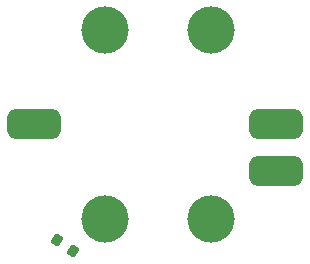
<source format=gbr>
%TF.GenerationSoftware,KiCad,Pcbnew,(6.0.4)*%
%TF.CreationDate,2022-05-31T22:59:13-07:00*%
%TF.ProjectId,VP_SPEAKER_ADAPTER,56505f53-5045-4414-9b45-525f41444150,rev?*%
%TF.SameCoordinates,Original*%
%TF.FileFunction,Paste,Bot*%
%TF.FilePolarity,Positive*%
%FSLAX46Y46*%
G04 Gerber Fmt 4.6, Leading zero omitted, Abs format (unit mm)*
G04 Created by KiCad (PCBNEW (6.0.4)) date 2022-05-31 22:59:13*
%MOMM*%
%LPD*%
G01*
G04 APERTURE LIST*
G04 Aperture macros list*
%AMRoundRect*
0 Rectangle with rounded corners*
0 $1 Rounding radius*
0 $2 $3 $4 $5 $6 $7 $8 $9 X,Y pos of 4 corners*
0 Add a 4 corners polygon primitive as box body*
4,1,4,$2,$3,$4,$5,$6,$7,$8,$9,$2,$3,0*
0 Add four circle primitives for the rounded corners*
1,1,$1+$1,$2,$3*
1,1,$1+$1,$4,$5*
1,1,$1+$1,$6,$7*
1,1,$1+$1,$8,$9*
0 Add four rect primitives between the rounded corners*
20,1,$1+$1,$2,$3,$4,$5,0*
20,1,$1+$1,$4,$5,$6,$7,0*
20,1,$1+$1,$6,$7,$8,$9,0*
20,1,$1+$1,$8,$9,$2,$3,0*%
G04 Aperture macros list end*
%ADD10C,4.000000*%
%ADD11RoundRect,0.625000X1.625000X0.625000X-1.625000X0.625000X-1.625000X-0.625000X1.625000X-0.625000X0*%
%ADD12RoundRect,0.200000X-0.321564X-0.110552X0.006097X-0.339982X0.321564X0.110552X-0.006097X0.339982X0*%
G04 APERTURE END LIST*
D10*
%TO.C,J7*%
X165500000Y-92000000D03*
%TD*%
%TO.C,J9*%
X174500000Y-108000000D03*
%TD*%
D11*
%TO.C,J10*%
X180000000Y-100000000D03*
X180000000Y-104000000D03*
%TD*%
D12*
%TO.C,R2*%
X161424200Y-109826799D03*
X162775800Y-110773201D03*
%TD*%
D10*
%TO.C,J6*%
X174500000Y-92000000D03*
%TD*%
D11*
%TO.C,J12*%
X159500000Y-100000000D03*
%TD*%
D10*
%TO.C,J8*%
X165500000Y-108000000D03*
%TD*%
M02*

</source>
